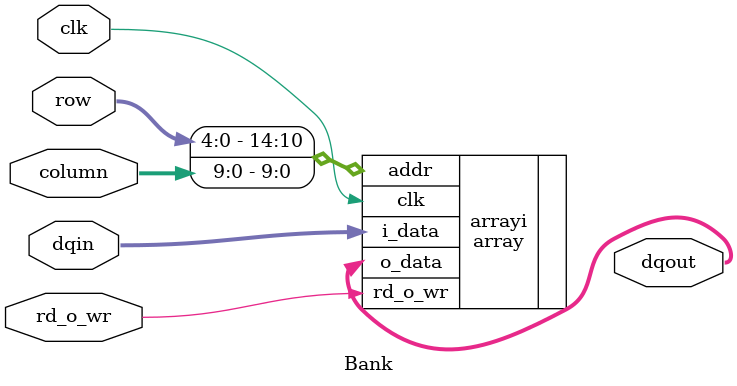
<source format=sv>
`timescale 1ns / 1ps

module Bank
  #(parameter DEVICE_WIDTH = 4,
  parameter COLWIDTH = 10,
  parameter CHWIDTH = 5,
  localparam COLS = 2**COLWIDTH, // number of columns
  localparam CHROWS = 2**CHWIDTH, // number of full rows allocated to a Bank model
  localparam DEPTH = COLS*CHROWS) // amount of BRAM per Bank as full rows
  (
  input  wire clk,
  input  wire [0:0]              rd_o_wr,
  input  wire [DEVICE_WIDTH-1:0] dqin,
  output wire [DEVICE_WIDTH-1:0] dqout,
  input  wire [CHWIDTH-1:0]      row,
  input  wire [COLWIDTH-1:0]     column
  );
  
  array #(.WIDTH(DEVICE_WIDTH), .DEPTH(DEPTH)) arrayi (
  .clk(clk),
  .addr({row, column}),
  .rd_o_wr(rd_o_wr), // 0->rd, 1->wr
  .i_data(dqin),
  .o_data(dqout)
  );

  // logic [COLS-1:0] TRA0 [0:DEVICE_WIDTH-1];
  // logic [COLS-1:0] TRA1 [0:DEVICE_WIDTH-1];

  // enum logic [2:0] {
  //   oAND    = 3'b000, 
  //   oOR = 3'b001,
  //   oNOT = 3'b010
  // } operation;
  
  // always @ (posedge clk)
  // begin
  //   case (operation)
  //     oAND : TRA0 <= TRA0 && TRA1;
  //     oOR : TRA0 <= TRA0 || TRA1;
  //     oNOT : TRA0 <= ~TRA0;
  //   endcase
  // end

endmodule

// old code that used to manage RAS and CAS for bursts

// CAS = Column Address Strobe plus BL column address increment
// reg [$clog2(COLS)-1:0]colBL=0;
// always@(posedge clk)
//   begin
//     if((FSMstate==5'b01011) || (FSMstate==5'b01100))
//       colBL <= column;
//     else
//       if ((FSMstate==5'b10010) || (FSMstate==5'b10011) || (FSMstate==5'b01011) || (FSMstate==5'b01100))
//         colBL <= colBL + 1;
//       else
//         colBL <= {$clog2(COLS){1'b0}};
//   end

//
// reg [CADDRWIDTH-1:0] column = {CADDRWIDTH{1'b0}};
// always@(posedge clk)
//   begin
//     if(RD || RDA || WR || WRA)
//       column <= A[CADDRWIDTH-1:0];
//     else
//       column <= {CADDRWIDTH{1'b0}};
//   end
</source>
